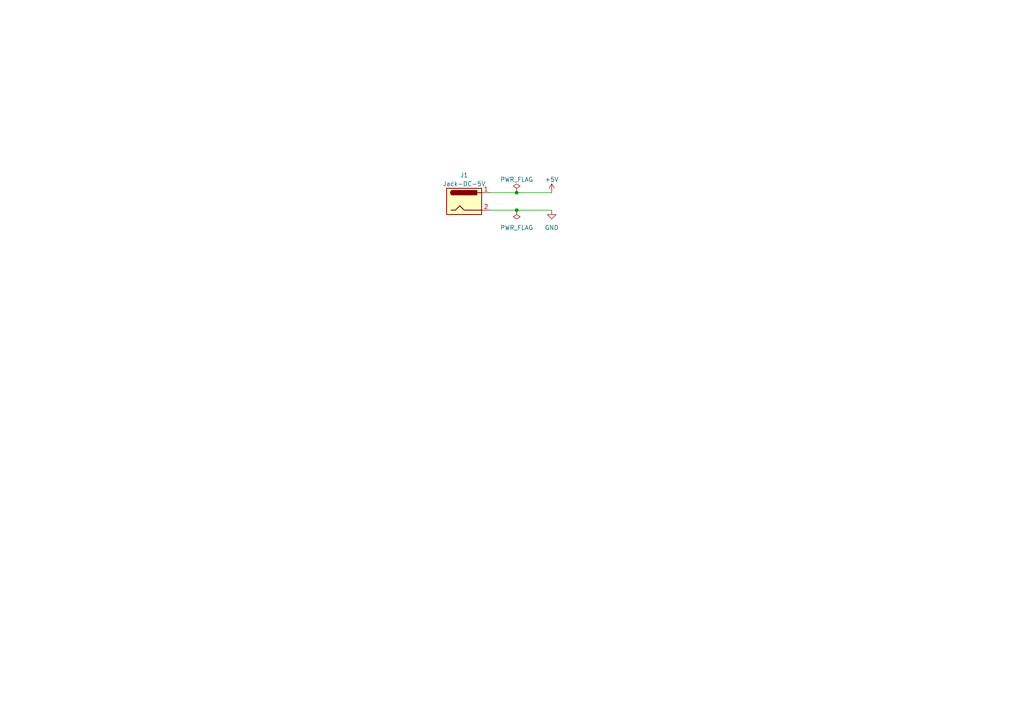
<source format=kicad_sch>
(kicad_sch (version 20230121) (generator eeschema)
  (paper "A4")
  (lib_symbols
    (symbol "Connector:Jack-DC" (pin_names (offset 1.016))
      (property "Reference" "J" (at 0 5.334 0))
      (property "Value" "Jack-DC" (at 0 -5.08 0))
      (symbol "Jack-DC_0_1"
        (rectangle (start -5.08 3.81) (end 5.08 -3.81) (stroke (width 0.254)) (fill (type background)))
        (arc (start -3.302 3.175) (mid -3.9343 2.54) (end -3.302 1.905) (stroke (width 0.254)))
        (arc (start -3.302 3.175) (mid -3.9343 2.54) (end -3.302 1.905) (stroke (width 0.254)) (fill (type outline)))
        (polyline (pts (xy 5.08 2.54) (xy 3.81 2.54)) (stroke (width 0.254)))
        (polyline (pts (xy -3.81 -2.54) (xy -2.54 -2.54) (xy -1.27 -1.27) (xy 0 -2.54) (xy 2.54 -2.54) (xy 5.08 -2.54)) (stroke (width 0.254)))
        (rectangle (start 3.683 3.175) (end -3.302 1.905) (stroke (width 0.254)) (fill (type outline)))
      )
      (symbol "Jack-DC_1_1"
        (pin passive line (at 7.62 2.54 180) (length 2.54) (name "~") (number "1"))
        (pin passive line (at 7.62 -2.54 180) (length 2.54) (name "~") (number "2"))
      )
    )
    (symbol "power:+5V" (power) (pin_names (offset 0))
      (property "Value" "+5V" (at 0 3.556 0))
      (symbol "+5V_0_1"
        (polyline (pts (xy -0.762 1.27) (xy 0 2.54)))
        (polyline (pts (xy 0 0) (xy 0 2.54)))
        (polyline (pts (xy 0 2.54) (xy 0.762 1.27)))
      )
      (symbol "+5V_1_1"
        (pin power_in line (at 0 0 90) (length 0) hide (name "+5V") (number "1"))
      )
    )
    (symbol "power:GND" (power) (pin_names (offset 0))
      (property "Value" "GND" (at 0 -3.81 0))
      (symbol "GND_0_1"
        (polyline (pts (xy 0 0) (xy 0 -1.27) (xy 1.27 -1.27) (xy 0 -2.54) (xy -1.27 -1.27) (xy 0 -1.27)))
      )
      (symbol "GND_1_1"
        (pin power_in line (at 0 0 270) (length 0) hide (name "GND") (number "1"))
      )
    )
    (symbol "power:PWR_FLAG" (power) (pin_numbers hide) (pin_names (offset 0) hide)
      (property "Value" "PWR_FLAG" (at 0 3.81 0))
      (symbol "PWR_FLAG_0_0"
        (pin power_out line (at 0 0 90) (length 0) (name "pwr") (number "1"))
      )
      (symbol "PWR_FLAG_0_1"
        (polyline (pts (xy 0 0) (xy 0 1.27) (xy -1.016 1.905) (xy 0 2.54) (xy 1.016 1.905) (xy 0 1.27)))
      )
    )
  )
  (junction (at 149.86 55.88))
  (junction (at 149.86 60.96))
  (wire (pts (xy 149.86 55.88) (xy 160.02 55.88)))
  (wire (pts (xy 149.86 60.96) (xy 160.02 60.96)))
  (wire (pts (xy 142.24 60.96) (xy 149.86 60.96)))
  (wire (pts (xy 142.24 55.88) (xy 149.86 55.88)))
  (symbol (lib_id "power:GND") (at 160.02 60.96 0) (unit 1)
    (property "Reference" "#PWR01" (effects hide))
    (property "Value" "GND" (at 160.02 66.04 0))
  )
  (symbol (lib_id "power:PWR_FLAG") (at 149.86 60.96 180) (unit 1)
    (property "Reference" "#FLG02" (effects hide))
    (property "Value" "PWR_FLAG" (at 149.86 66.04 0))
  )
  (symbol (lib_id "Connector:Jack-DC") (at 134.62 58.42 0) (unit 1)
    (property "Reference" "J1" (at 134.62 50.8 0))
    (property "Value" "Jack-DC-5V" (at 134.62 53.34 0))
    (property "Footprint" "Connector_BarrelJack:BarrelJack_Horizontal" (effects hide))
  )
  (symbol (lib_id "power:+5V") (at 160.02 55.88 0) (unit 1)
    (property "Reference" "#PWR02" (effects hide))
    (property "Value" "+5V" (at 160.02 52.07 0))
  )
  (symbol (lib_id "power:PWR_FLAG") (at 149.86 55.88 0) (unit 1)
    (property "Reference" "#FLG01" (effects hide))
    (property "Value" "PWR_FLAG" (at 149.86 52.07 0))
  )
)
</source>
